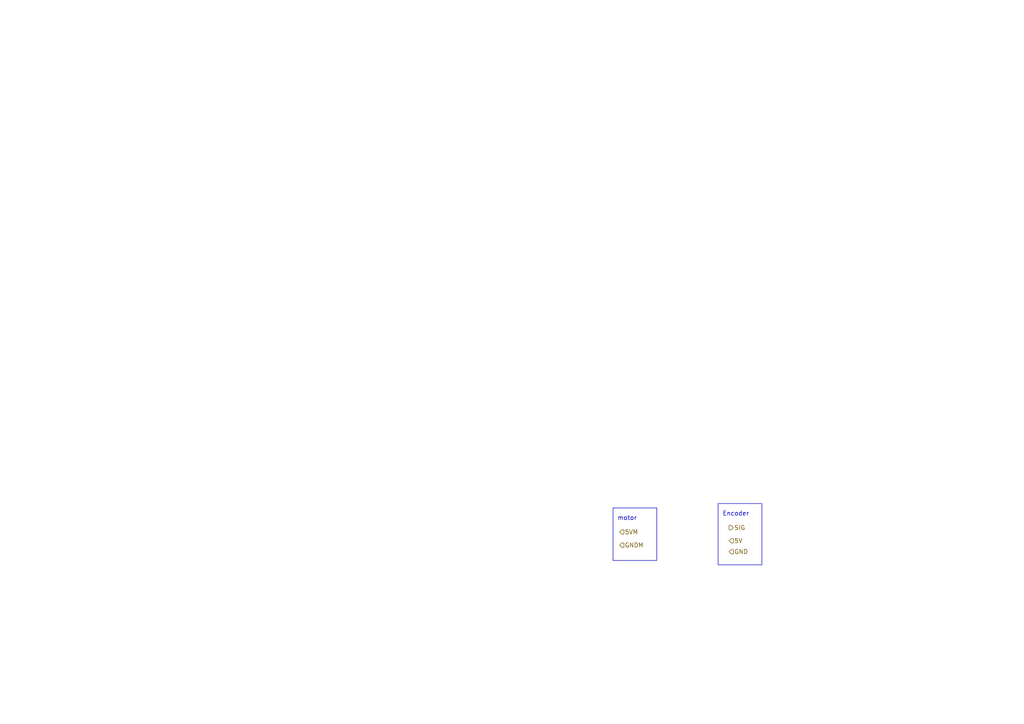
<source format=kicad_sch>
(kicad_sch (version 20230121) (generator eeschema)
  (paper "A4")
  (title_block (title "Team 10: WeMove Robot circuitry") (date "2023-08-07") (rev "v0.1") (company "University of Cape Town") (comment 1 "Author: Cameron Clark"))
  (lib_symbols)
  (rectangle (start 208.28 146.05) (end 220.98 163.83))
  (rectangle (start 177.8 147.32) (end 190.5 162.56))
  (text "Encoder" (at 209.55 149.86 0) (effects (font (size 1.27 1.27)) (justify left bottom)))
  (text "motor" (at 179.07 151.13 0) (effects (font (size 1.27 1.27)) (justify left bottom)))
  (hierarchical_label "GNDM" (shape input) (at 179.705 158.115 0))
  (hierarchical_label "SIG" (shape output) (at 211.455 153.035 0))
  (hierarchical_label "GND" (shape input) (at 211.455 160.02 0))
  (hierarchical_label "5V" (shape input) (at 211.455 156.845 0))
  (hierarchical_label "5VM" (shape input) (at 179.705 154.305 0))
)
</source>
